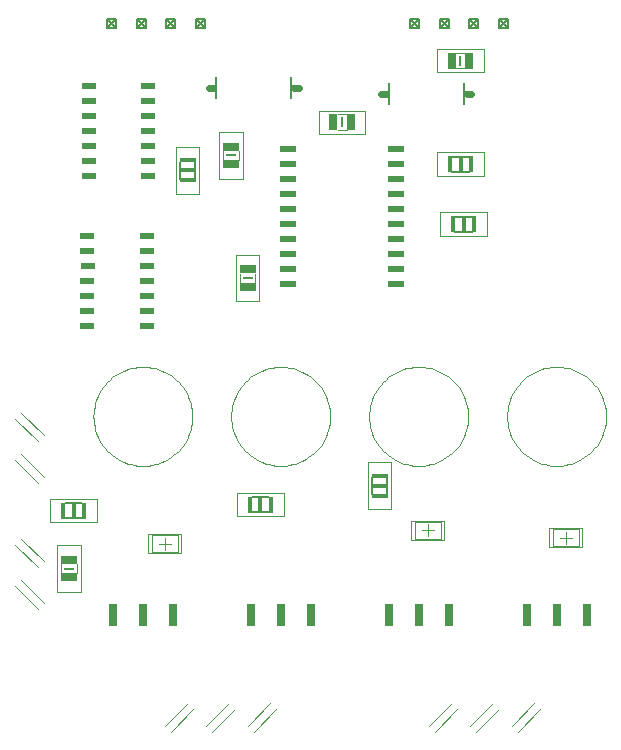
<source format=gko>
%FSTAX24Y24*%
%MOIN*%
%SFA1B1*%

%IPPOS*%
%ADD18R,0.007900X0.031800*%
%ADD19R,0.047600X0.015900*%
%ADD20R,0.031800X0.007900*%
%ADD21R,0.015900X0.047600*%
%ADD22R,0.007900X0.031800*%
%ADD23C,0.000000*%
%ADD24C,0.003900*%
%ADD25C,0.004000*%
%ADD26C,0.006000*%
%ADD27C,0.024000*%
%ADD28R,0.029500X0.057500*%
%ADD29R,0.030000X0.057500*%
%ADD30R,0.056000X0.014000*%
%ADD31R,0.057500X0.029500*%
%ADD32R,0.057500X0.030000*%
%ADD33R,0.030000X0.075000*%
%ADD34R,0.014000X0.056000*%
%ADD35R,0.058000X0.020000*%
%ADD36R,0.010000X0.024000*%
%ADD37R,0.045000X0.020000*%
%ADD38C,0.002000*%
%LNmotor_driver-1*%
%LPD*%
G54D18*
X016235Y024099D03*
G54D19*
X007152Y020449D03*
X013548Y009929D03*
G54D20*
X008601Y02094D03*
X003201Y00716D03*
X009149Y01685D03*
G54D21*
X009579Y009302D03*
X003349Y009102D03*
X016351Y018652D03*
X016251Y020652D03*
G54D22*
X0123Y022049D03*
G54D23*
X0211Y012239D02*
D01*
X021095Y012354*
X021083Y012468*
X021063Y012582*
X021036Y012693*
X021Y012803*
X020957Y01291*
X020906Y013013*
X020849Y013113*
X020784Y013208*
X020713Y013299*
X020636Y013385*
X020554Y013465*
X020465Y013539*
X020372Y013606*
X020275Y013667*
X020173Y013722*
X020068Y013768*
X019959Y013808*
X019849Y013839*
X019736Y013863*
X019622Y013879*
X019507Y013887*
X019392*
X019277Y013879*
X019163Y013863*
X01905Y013839*
X01894Y013808*
X018831Y013768*
X018726Y013722*
X018625Y013667*
X018527Y013606*
X018434Y013539*
X018345Y013465*
X018263Y013385*
X018186Y013299*
X018115Y013208*
X01805Y013113*
X017993Y013013*
X017942Y01291*
X017899Y012803*
X017863Y012693*
X017836Y012582*
X017816Y012468*
X017804Y012354*
X0178Y012239*
X017804Y012123*
X017816Y012009*
X017836Y011895*
X017863Y011784*
X017899Y011674*
X017942Y011567*
X017993Y011464*
X01805Y011364*
X018115Y011269*
X018186Y011178*
X018263Y011092*
X018345Y011012*
X018434Y010938*
X018527Y010871*
X018625Y01081*
X018726Y010755*
X018831Y010709*
X01894Y010669*
X01905Y010638*
X019163Y010614*
X019277Y010598*
X019392Y01059*
X019507*
X019622Y010598*
X019736Y010614*
X019849Y010638*
X019959Y010669*
X020068Y010709*
X020173Y010755*
X020275Y01081*
X020372Y010871*
X020465Y010938*
X020554Y011012*
X020636Y011092*
X020713Y011178*
X020784Y011269*
X020849Y011364*
X020906Y011464*
X020957Y011567*
X021Y011674*
X021036Y011784*
X021063Y011895*
X021083Y012009*
X021095Y012123*
X0211Y012239*
X016504D02*
D01*
X016499Y012354*
X016487Y012468*
X016467Y012582*
X01644Y012693*
X016404Y012803*
X016361Y01291*
X01631Y013013*
X016253Y013113*
X016188Y013208*
X016117Y013299*
X01604Y013385*
X015958Y013465*
X015869Y013539*
X015776Y013606*
X015679Y013667*
X015577Y013722*
X015472Y013768*
X015363Y013808*
X015253Y013839*
X01514Y013863*
X015026Y013879*
X014911Y013887*
X014796*
X014681Y013879*
X014567Y013863*
X014454Y013839*
X014344Y013808*
X014235Y013768*
X01413Y013722*
X014028Y013667*
X013931Y013606*
X013838Y013539*
X013749Y013465*
X013667Y013385*
X01359Y013299*
X013519Y013208*
X013454Y013113*
X013397Y013013*
X013346Y01291*
X013303Y012803*
X013267Y012693*
X01324Y012582*
X01322Y012468*
X013208Y012354*
X013204Y012239*
X013208Y012123*
X01322Y012009*
X01324Y011895*
X013267Y011784*
X013303Y011674*
X013346Y011567*
X013397Y011464*
X013454Y011364*
X013519Y011269*
X01359Y011178*
X013667Y011092*
X013749Y011012*
X013838Y010938*
X013931Y010871*
X014029Y01081*
X01413Y010755*
X014235Y010709*
X014344Y010669*
X014454Y010638*
X014567Y010614*
X014681Y010598*
X014796Y01059*
X014911*
X015026Y010598*
X01514Y010614*
X015253Y010638*
X015363Y010669*
X015472Y010709*
X015577Y010755*
X015679Y01081*
X015776Y010871*
X015869Y010938*
X015958Y011012*
X01604Y011092*
X016117Y011178*
X016188Y011269*
X016253Y011364*
X01631Y011464*
X016361Y011567*
X016404Y011674*
X01644Y011784*
X016467Y011895*
X016487Y012009*
X016499Y012123*
X016504Y012239*
X011907D02*
D01*
X011902Y012354*
X01189Y012468*
X01187Y012582*
X011843Y012693*
X011807Y012803*
X011764Y01291*
X011713Y013013*
X011656Y013113*
X011591Y013208*
X01152Y013299*
X011443Y013385*
X011361Y013465*
X011272Y013539*
X011179Y013606*
X011082Y013667*
X01098Y013722*
X010875Y013768*
X010766Y013808*
X010656Y013839*
X010543Y013863*
X010429Y013879*
X010314Y013887*
X010199*
X010084Y013879*
X00997Y013863*
X009857Y013839*
X009747Y013808*
X009638Y013768*
X009533Y013722*
X009431Y013667*
X009334Y013606*
X009241Y013539*
X009152Y013465*
X00907Y013385*
X008993Y013299*
X008922Y013208*
X008857Y013113*
X0088Y013013*
X008749Y01291*
X008706Y012803*
X00867Y012693*
X008643Y012582*
X008623Y012468*
X008611Y012354*
X008607Y012239*
X008611Y012123*
X008623Y012009*
X008643Y011895*
X00867Y011784*
X008706Y011674*
X008749Y011567*
X0088Y011464*
X008857Y011364*
X008922Y011269*
X008993Y011178*
X00907Y011092*
X009152Y011012*
X009241Y010938*
X009334Y010871*
X009432Y01081*
X009533Y010755*
X009638Y010709*
X009747Y010669*
X009857Y010638*
X00997Y010614*
X010084Y010598*
X010199Y01059*
X010314*
X010429Y010598*
X010543Y010614*
X010656Y010638*
X010766Y010669*
X010875Y010709*
X01098Y010755*
X011082Y01081*
X011179Y010871*
X011272Y010938*
X011361Y011012*
X011443Y011092*
X01152Y011178*
X011591Y011269*
X011656Y011364*
X011713Y011464*
X011764Y011567*
X011807Y011674*
X011843Y011784*
X01187Y011895*
X01189Y012009*
X011902Y012123*
X011907Y012239*
X007311D02*
D01*
X007306Y012354*
X007294Y012468*
X007274Y012582*
X007247Y012693*
X007211Y012803*
X007168Y01291*
X007117Y013013*
X00706Y013113*
X006995Y013208*
X006924Y013299*
X006847Y013385*
X006765Y013465*
X006676Y013539*
X006583Y013606*
X006486Y013667*
X006384Y013722*
X006279Y013768*
X00617Y013808*
X00606Y013839*
X005947Y013863*
X005833Y013879*
X005718Y013887*
X005603*
X005488Y013879*
X005374Y013863*
X005261Y013839*
X005151Y013808*
X005042Y013768*
X004937Y013722*
X004835Y013667*
X004738Y013606*
X004645Y013539*
X004556Y013465*
X004474Y013385*
X004397Y013299*
X004326Y013208*
X004261Y013113*
X004204Y013013*
X004153Y01291*
X00411Y012803*
X004074Y012693*
X004047Y012582*
X004027Y012468*
X004015Y012354*
X004011Y012239*
X004015Y012123*
X004027Y012009*
X004047Y011895*
X004074Y011784*
X00411Y011674*
X004153Y011567*
X004204Y011464*
X004261Y011364*
X004326Y011269*
X004397Y011178*
X004474Y011092*
X004556Y011012*
X004645Y010938*
X004738Y010871*
X004836Y01081*
X004937Y010755*
X005042Y010709*
X005151Y010669*
X005261Y010638*
X005374Y010614*
X005488Y010598*
X005603Y01059*
X005718*
X005833Y010598*
X005947Y010614*
X00606Y010638*
X00617Y010669*
X006279Y010709*
X006384Y010755*
X006486Y01081*
X006583Y010871*
X006676Y010938*
X006765Y011012*
X006847Y011092*
X006924Y011178*
X006995Y011269*
X00706Y011364*
X007117Y011464*
X007168Y011567*
X007211Y011674*
X007247Y011784*
X007274Y011895*
X007294Y012009*
X007306Y012123*
X007311Y012239*
X0211D02*
D01*
X021095Y012354*
X021083Y012468*
X021063Y012582*
X021036Y012693*
X021Y012803*
X020957Y01291*
X020906Y013013*
X020849Y013113*
X020784Y013208*
X020713Y013299*
X020636Y013385*
X020554Y013465*
X020465Y013539*
X020372Y013606*
X020275Y013667*
X020173Y013722*
X020068Y013768*
X019959Y013808*
X019849Y013839*
X019736Y013863*
X019622Y013879*
X019507Y013887*
X019392*
X019277Y013879*
X019163Y013863*
X01905Y013839*
X01894Y013808*
X018831Y013768*
X018726Y013722*
X018625Y013667*
X018527Y013606*
X018434Y013539*
X018345Y013465*
X018263Y013385*
X018186Y013299*
X018115Y013208*
X01805Y013113*
X017993Y013013*
X017942Y01291*
X017899Y012803*
X017863Y012693*
X017836Y012582*
X017816Y012468*
X017804Y012354*
X0178Y012239*
X017804Y012123*
X017816Y012009*
X017836Y011895*
X017863Y011784*
X017899Y011674*
X017942Y011567*
X017993Y011464*
X01805Y011364*
X018115Y011269*
X018186Y011178*
X018263Y011092*
X018345Y011012*
X018434Y010938*
X018527Y010871*
X018625Y01081*
X018726Y010755*
X018831Y010709*
X01894Y010669*
X01905Y010638*
X019163Y010614*
X019277Y010598*
X019392Y01059*
X019507*
X019622Y010598*
X019736Y010614*
X019849Y010638*
X019959Y010669*
X020068Y010709*
X020173Y010755*
X020275Y01081*
X020372Y010871*
X020465Y010938*
X020554Y011012*
X020636Y011092*
X020713Y011178*
X020784Y011269*
X020849Y011364*
X020906Y011464*
X020957Y011567*
X021Y011674*
X021036Y011784*
X021063Y011895*
X021083Y012009*
X021095Y012123*
X0211Y012239*
X016504D02*
D01*
X016499Y012354*
X016487Y012468*
X016467Y012582*
X01644Y012693*
X016404Y012803*
X016361Y01291*
X01631Y013013*
X016253Y013113*
X016188Y013208*
X016117Y013299*
X01604Y013385*
X015958Y013465*
X015869Y013539*
X015776Y013606*
X015679Y013667*
X015577Y013722*
X015472Y013768*
X015363Y013808*
X015253Y013839*
X01514Y013863*
X015026Y013879*
X014911Y013887*
X014796*
X014681Y013879*
X014567Y013863*
X014454Y013839*
X014344Y013808*
X014235Y013768*
X01413Y013722*
X014028Y013667*
X013931Y013606*
X013838Y013539*
X013749Y013465*
X013667Y013385*
X01359Y013299*
X013519Y013208*
X013454Y013113*
X013397Y013013*
X013346Y01291*
X013303Y012803*
X013267Y012693*
X01324Y012582*
X01322Y012468*
X013208Y012354*
X013204Y012239*
X013208Y012123*
X01322Y012009*
X01324Y011895*
X013267Y011784*
X013303Y011674*
X013346Y011567*
X013397Y011464*
X013454Y011364*
X013519Y011269*
X01359Y011178*
X013667Y011092*
X013749Y011012*
X013838Y010938*
X013931Y010871*
X014029Y01081*
X01413Y010755*
X014235Y010709*
X014344Y010669*
X014454Y010638*
X014567Y010614*
X014681Y010598*
X014796Y01059*
X014911*
X015026Y010598*
X01514Y010614*
X015253Y010638*
X015363Y010669*
X015472Y010709*
X015577Y010755*
X015679Y01081*
X015776Y010871*
X015869Y010938*
X015958Y011012*
X01604Y011092*
X016117Y011178*
X016188Y011269*
X016253Y011364*
X01631Y011464*
X016361Y011567*
X016404Y011674*
X01644Y011784*
X016467Y011895*
X016487Y012009*
X016499Y012123*
X016504Y012239*
X011907D02*
D01*
X011902Y012354*
X01189Y012468*
X01187Y012582*
X011843Y012693*
X011807Y012803*
X011764Y01291*
X011713Y013013*
X011656Y013113*
X011591Y013208*
X01152Y013299*
X011443Y013385*
X011361Y013465*
X011272Y013539*
X011179Y013606*
X011082Y013667*
X01098Y013722*
X010875Y013768*
X010766Y013808*
X010656Y013839*
X010543Y013863*
X010429Y013879*
X010314Y013887*
X010199*
X010084Y013879*
X00997Y013863*
X009857Y013839*
X009747Y013808*
X009638Y013768*
X009533Y013722*
X009431Y013667*
X009334Y013606*
X009241Y013539*
X009152Y013465*
X00907Y013385*
X008993Y013299*
X008922Y013208*
X008857Y013113*
X0088Y013013*
X008749Y01291*
X008706Y012803*
X00867Y012693*
X008643Y012582*
X008623Y012468*
X008611Y012354*
X008607Y012239*
X008611Y012123*
X008623Y012009*
X008643Y011895*
X00867Y011784*
X008706Y011674*
X008749Y011567*
X0088Y011464*
X008857Y011364*
X008922Y011269*
X008993Y011178*
X00907Y011092*
X009152Y011012*
X009241Y010938*
X009334Y010871*
X009432Y01081*
X009533Y010755*
X009638Y010709*
X009747Y010669*
X009857Y010638*
X00997Y010614*
X010084Y010598*
X010199Y01059*
X010314*
X010429Y010598*
X010543Y010614*
X010656Y010638*
X010766Y010669*
X010875Y010709*
X01098Y010755*
X011082Y01081*
X011179Y010871*
X011272Y010938*
X011361Y011012*
X011443Y011092*
X01152Y011178*
X011591Y011269*
X011656Y011364*
X011713Y011464*
X011764Y011567*
X011807Y011674*
X011843Y011784*
X01187Y011895*
X01189Y012009*
X011902Y012123*
X011907Y012239*
X007311D02*
D01*
X007306Y012354*
X007294Y012468*
X007274Y012582*
X007247Y012693*
X007211Y012803*
X007168Y01291*
X007117Y013013*
X00706Y013113*
X006995Y013208*
X006924Y013299*
X006847Y013385*
X006765Y013465*
X006676Y013539*
X006583Y013606*
X006486Y013667*
X006384Y013722*
X006279Y013768*
X00617Y013808*
X00606Y013839*
X005947Y013863*
X005833Y013879*
X005718Y013887*
X005603*
X005488Y013879*
X005374Y013863*
X005261Y013839*
X005151Y013808*
X005042Y013768*
X004937Y013722*
X004835Y013667*
X004738Y013606*
X004645Y013539*
X004556Y013465*
X004474Y013385*
X004397Y013299*
X004326Y013208*
X004261Y013113*
X004204Y013013*
X004153Y01291*
X00411Y012803*
X004074Y012693*
X004047Y012582*
X004027Y012468*
X004015Y012354*
X004011Y012239*
X004015Y012123*
X004027Y012009*
X004047Y011895*
X004074Y011784*
X00411Y011674*
X004153Y011567*
X004204Y011464*
X004261Y011364*
X004326Y011269*
X004397Y011178*
X004474Y011092*
X004556Y011012*
X004645Y010938*
X004738Y010871*
X004836Y01081*
X004937Y010755*
X005042Y010709*
X005151Y010669*
X005261Y010638*
X005374Y010614*
X005488Y010598*
X005603Y01059*
X005718*
X005833Y010598*
X005947Y010614*
X00606Y010638*
X00617Y010669*
X006279Y010709*
X006384Y010755*
X006486Y01081*
X006583Y010871*
X006676Y010938*
X006765Y011012*
X006847Y011092*
X006924Y011178*
X006995Y011269*
X00706Y011364*
X007117Y011464*
X007168Y011567*
X007211Y011674*
X007247Y011784*
X007274Y011895*
X007294Y012009*
X007306Y012123*
X007311Y012239*
G54D24*
X006828Y007715D02*
Y008285D01*
X005962Y007715D02*
Y008285D01*
X006828*
X005962Y007715D02*
X006828D01*
X014717Y008165D02*
Y008735D01*
X015583Y008165D02*
Y008735D01*
X014717Y008165D02*
X015583D01*
X014717Y008735D02*
X015583D01*
X019317Y007915D02*
Y008485D01*
X020183Y007915D02*
Y008485D01*
X019317Y007915D02*
X020183D01*
X019317Y008485D02*
X020183D01*
X006946Y007685D02*
Y008315D01*
X005844Y007685D02*
Y008315D01*
X006946*
X005844Y007685D02*
X006946D01*
X006198Y008D02*
X006592D01*
X006395Y007803D02*
Y008197D01*
X014599Y008135D02*
Y008765D01*
X015701Y008135D02*
Y008765D01*
X014599Y008135D02*
X015701D01*
X014599Y008765D02*
X015701D01*
X014953Y00845D02*
X015347D01*
X01515Y008253D02*
Y008647D01*
X019199Y007885D02*
Y008515D01*
X020301Y007885D02*
Y008515D01*
X019199Y007885D02*
X020301D01*
X019199Y008515D02*
X020301D01*
X019553Y0082D02*
X019947D01*
X01975Y008003D02*
Y008397D01*
G54D25*
X016085Y02384D02*
X016385D01*
X016094Y02436D02*
X016385D01*
X00886Y02079D02*
Y02109D01*
X00834Y02079D02*
Y02108D01*
X00141Y006591D02*
X002169Y005836D01*
X00161Y006783D02*
X002364Y006031D01*
X00141Y00797D02*
X002169Y00722D01*
X00161Y00817D02*
X002364Y00741D01*
X00141Y010791D02*
X002169Y010036D01*
X00161Y010983D02*
X002364Y010231D01*
X00141Y01217D02*
X002169Y01142D01*
X00161Y01237D02*
X002364Y01161D01*
X015197Y001931D02*
X015952Y00269D01*
X015392Y001736D02*
X016144Y00249D01*
X016575Y001931D02*
X01733Y00269D01*
X01677Y001736D02*
X01753Y00249D01*
X01796Y001931D02*
X01871Y00269D01*
X01815Y001736D02*
X01891Y00249D01*
X006397Y001931D02*
X007152Y00269D01*
X006592Y001736D02*
X007344Y00249D01*
X007775Y001931D02*
X00853Y00269D01*
X00797Y001736D02*
X00873Y00249D01*
X00916Y001931D02*
X00991Y00269D01*
X00935Y001736D02*
X01011Y00249D01*
X00346Y00701D02*
Y00731D01*
X00294Y00702D02*
Y00731D01*
X00889Y0167D02*
Y017D01*
X00941Y01671D02*
Y017D01*
X01215Y02179D02*
X01245D01*
X01215Y02231D02*
X01244D01*
G54D26*
X006441Y0255D02*
X006741D01*
X006441Y0252D02*
Y0255D01*
Y0252D02*
X006741D01*
Y0255*
X006441D02*
X006741Y0252D01*
X006441D02*
X006741Y0255D01*
X007431Y0252D02*
Y0255D01*
Y0252D02*
X007732D01*
Y0255*
X007431D02*
X007732D01*
X007431Y0252D02*
X007732Y0255D01*
X007431D02*
X007732Y0252D01*
X004778D02*
Y0255D01*
X004478Y0252D02*
X004778D01*
X004478D02*
Y0255D01*
X004778Y0252*
X004478D02*
X004778Y0255D01*
X004478D02*
X004778D01*
X005758Y0252D02*
Y0255D01*
X005458Y0252D02*
X005758D01*
X005458D02*
Y0255D01*
X005758Y0252*
X005458D02*
X005758Y0255D01*
X005458D02*
X005758D01*
X0074Y02017D02*
Y02073D01*
X0069Y02017D02*
Y02073D01*
X016533Y0255D02*
X016833D01*
X016533Y0252D02*
Y0255D01*
Y0252D02*
X016833D01*
Y0255*
X016533D02*
X016833Y0252D01*
X016533D02*
X016833Y0255D01*
X017524Y0252D02*
Y0255D01*
Y0252D02*
X017824D01*
Y0255*
X017524D02*
X017824D01*
X017524Y0252D02*
X017824Y0255D01*
X017524D02*
X017824Y0252D01*
X01487D02*
Y0255D01*
X01457Y0252D02*
X01487D01*
X01457D02*
Y0255D01*
X01487Y0252*
X01457D02*
X01487Y0255D01*
X01457D02*
X01487D01*
X01585Y0252D02*
Y0255D01*
X01555Y0252D02*
X01585D01*
X01555D02*
Y0255D01*
X01585Y0252*
X01555D02*
X01585Y0255D01*
X01555D02*
X01585D01*
X0093Y00955D02*
X00986D01*
X0093Y00905D02*
X00986D01*
X00307Y00935D02*
X00363D01*
X00307Y00885D02*
X00363D01*
X0133Y00965D02*
Y01021D01*
X0138Y00965D02*
Y01021D01*
X01607Y0189D02*
X01663D01*
X01607Y0184D02*
X01663D01*
X01597Y0209D02*
X01653D01*
X01597Y0204D02*
X01653D01*
X01635Y02265D02*
Y02335D01*
X01385Y02265D02*
Y02335D01*
X0106Y02285D02*
Y02355D01*
X0081Y02285D02*
Y02355D01*
G54D27*
X01645Y023D02*
X0166D01*
X0136D02*
X01375D01*
X0107Y0232D02*
X01085D01*
X00785D02*
X008D01*
G54D28*
X015952Y024097D03*
X012582Y022048D03*
G54D29*
X016525Y024097D03*
X01201Y022048D03*
G54D30*
X00715Y02079D03*
Y02011D03*
X01355Y01027D03*
Y00959D03*
G54D31*
X008602Y021222D03*
X003203Y006878D03*
X009147Y016568D03*
G54D32*
X008602Y02065D03*
X003203Y00745D03*
X009147Y01714D03*
G54D33*
X01845Y005614D03*
X01945D03*
X02045D03*
X013854D03*
X014854D03*
X015854D03*
X009257D03*
X010257D03*
X011257D03*
X004661D03*
X005661D03*
X006661D03*
G54D34*
X00992Y0093D03*
X00924D03*
X00369Y0091D03*
X00301D03*
X01601Y01865D03*
X01669D03*
X01591Y02065D03*
X01659D03*
G54D35*
X01049Y02115D03*
Y02065D03*
Y02015D03*
Y01965D03*
Y01915D03*
Y01865D03*
Y01815D03*
Y01765D03*
X01411Y02115D03*
Y02065D03*
Y02015D03*
Y01965D03*
Y01915D03*
Y01865D03*
Y01815D03*
Y01765D03*
Y01715D03*
Y01665D03*
X01049Y01715D03*
Y01665D03*
G54D36*
X0164Y023D03*
X0138D03*
X01065Y0232D03*
X00805D03*
G54D37*
X005845Y02175D03*
X003855Y02325D03*
Y02275D03*
X003865Y02225D03*
X003855Y02175D03*
X005845Y02225D03*
Y02275D03*
Y02325D03*
Y02125D03*
Y02075D03*
Y02025D03*
X003855Y02125D03*
Y02075D03*
Y02025D03*
X005795Y01675D03*
X003805Y01825D03*
Y01775D03*
X003815Y01725D03*
X003805Y01675D03*
X005795Y01725D03*
Y01775D03*
Y01825D03*
Y01625D03*
Y01575D03*
Y01525D03*
X003805Y01625D03*
Y01575D03*
Y01525D03*
G54D38*
X015458Y02371D02*
X017015D01*
X015458Y024487D02*
X017015D01*
X015458Y02371D02*
Y024487D01*
X017015Y02371D02*
Y024487D01*
X00754Y01967D02*
Y021227D01*
X006763Y01967D02*
Y021227D01*
X00754*
X006763Y01967D02*
X00754D01*
X00899Y02016D02*
Y021717D01*
X008213Y02016D02*
Y021717D01*
X00899*
X008213Y02016D02*
X00899D01*
X0088Y00969D02*
X010357D01*
X0088Y008913D02*
X010357D01*
Y00969*
X0088Y008913D02*
Y00969D01*
X00359Y006383D02*
Y00794D01*
X002813Y006383D02*
Y00794D01*
Y006383D02*
X00359D01*
X002813Y00794D02*
X00359D01*
X00257Y00949D02*
X004127D01*
X00257Y008713D02*
X004127D01*
Y00949*
X00257Y008713D02*
Y00949D01*
X01316Y00915D02*
Y010707D01*
X013937Y00915D02*
Y010707D01*
X01316D02*
X013937D01*
X01316Y00915D02*
X013937D01*
X00876Y016073D02*
Y01763D01*
X009537Y016073D02*
Y01763D01*
X00876Y016073D02*
X009537D01*
X00876Y01763D02*
X009537D01*
X015573Y01904D02*
X01713D01*
X015573Y018263D02*
X01713D01*
X015573D02*
Y01904D01*
X01713Y018263D02*
Y01904D01*
X015473Y02104D02*
X01703D01*
X015473Y020263D02*
X01703D01*
X015473D02*
Y02104D01*
X01703Y020263D02*
Y02104D01*
X01152Y02166D02*
X013077D01*
X01152Y022437D02*
X013077D01*
Y02166D02*
Y022437D01*
X01152Y02166D02*
Y022437D01*
M02*
</source>
